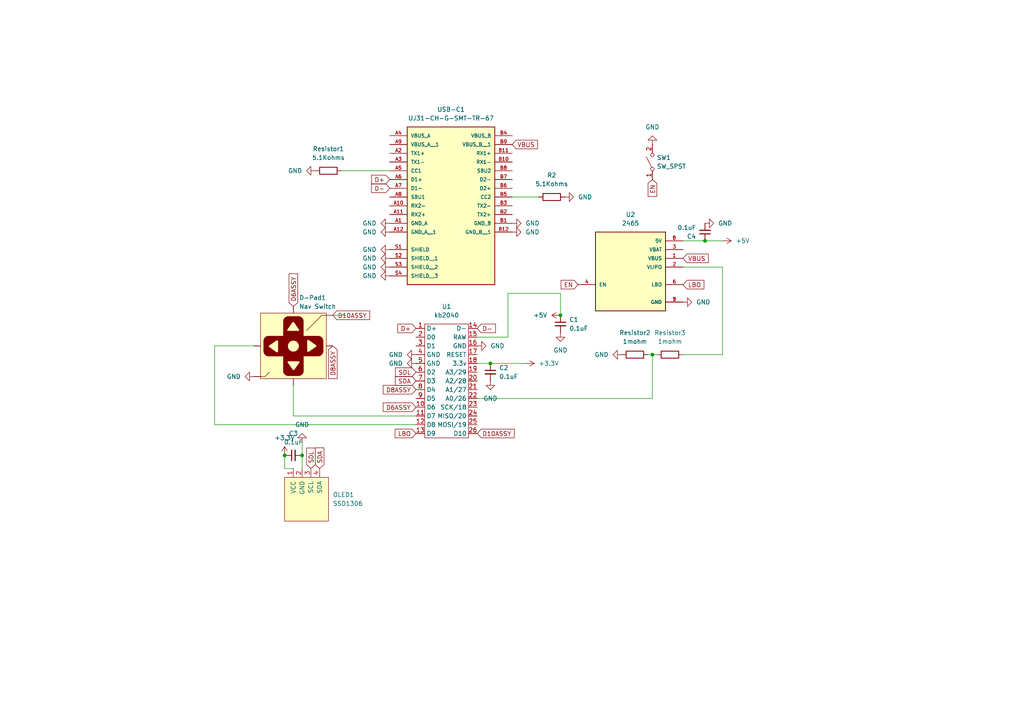
<source format=kicad_sch>
(kicad_sch (version 20250114) (generator "eeschema") (generator_version "9.0")
  (paper "A4")
  (lib_symbols
    (symbol "2465:2465" (pin_names (offset 1.016))
      (property "Reference" "U" (at -10.16 10.795 0))
      (property "Value" "2465" (at -10.16 -15.24 0))
      (symbol "2465_0_0"
        (rectangle (start -10.16 -12.7) (end 10.16 10.16) (stroke (width 0.254)) (fill (type background)))
        (pin input line (at -15.24 -5.08 0) (length 5.08) (name "EN") (number "4"))
        (pin power_in line (at 15.24 7.62 180) (length 5.08) (name "5V") (number "8"))
        (pin power_in line (at 15.24 5.08 180) (length 5.08) (name "VBAT") (number "3"))
        (pin power_in line (at 15.24 2.54 180) (length 5.08) (name "VBUS") (number "1"))
        (pin power_in line (at 15.24 0 180) (length 5.08) (name "VLIPO") (number "2"))
        (pin output line (at 15.24 -5.08 180) (length 5.08) (name "LBO") (number "6"))
        (pin power_in line (at 15.24 -10.16 180) (length 5.08) (name "GND") (number "5"))
        (pin power_in line (at 15.24 -10.16 180) (length 5.08) (name "GND") (number "7"))
      )
    )
    (symbol "D-pad:Navigation_5Way_SMD_9.9x9.9mm" (pin_numbers (hide yes)) (pin_names (offset 0) (hide yes))
      (property "Reference" "SW" (at -8.255 10.795 0))
      (property "Value" "Nav Switch" (at 6.985 -10.795 0))
      (symbol "Navigation_5Way_SMD_9.9x9.9mm_1_0"
        (polyline (pts (xy 1.5178 8.6159) (xy 1.5923 8.6104) (xy 1.6661 8.6013) (xy 1.739 8.5888) (xy 1.811 8.573) (xy 1.7984 8.5872) (xy 1.9517 8.5314) (xy 2.0201 8.5059) (xy 2.087 8.4774) (xy 2.1525 8.4459) (xy 2.2163 8.4115) (xy 2.2783 8.3744) (xy 2.3384 8.3345) (xy 2.3965 8.2921) (xy 2.4525 8.2471) (xy 2.5062 8.1997) (xy 2.5576 8.1499) (xy 2.6065 8.0978) (xy 2.6529 8.0436) (xy 2.6965 7.9872) (xy 2.7373 7.9289) (xy 2.7751 7.8686) (xy 2.8099 7.8065) (xy 2.8416 7.7426) (xy 2.8699 7.677) (xy 2.8949 7.6099) (xy 2.9163 7.5412) (xy 2.9341 7.4711) (xy 2.9481 7.3997) (xy 2.9583 7.3271) (xy 2.9645 7.2532) (xy 2.9666 7.1783) (xy 2.9666 2.9027) (xy 7.2211 2.9027) (xy 7.2212 2.9027) (xy 7.2961 2.9007) (xy 7.3702 2.8949) (xy 7.4431 2.8853) (xy 7.5149 2.872) (xy 7.5855 2.8553) (xy 7.6548 2.835) (xy 7.7227 2.8114) (xy 7.7891 2.7846) (xy 7.8539 2.7547) (xy 7.917 2.7217) (xy 7.9784 2.6858) (xy 8.0379 2.6471) (xy 8.0955 2.6056) (xy 8.151 2.5616) (xy 8.2045 2.5151) (xy 8.2557 2.4661) (xy 8.3047 2.4149) (xy 8.3512 2.3615) (xy 8.3953 2.306) (xy 8.4368 2.2485) (xy 8.4757 2.1891) (xy 8.5118 2.128) (xy 8.5451 2.0652) (xy 8.5755 2.0008) (xy 8.6029 1.935) (xy 8.6272 1.8678) (xy 8.6483 1.7994) (xy 8.6661 1.7298) (xy 8.6806 1.6592) (xy 8.6916 1.5876) (xy 8.699 1.5153) (xy 8.7029 1.4422) (xy 8.7029 -1.4577) (xy 8.7009 -1.5329) (xy 8.6953 -1.6076) (xy 8.686 -1.6817) (xy 8.6731 -1.755) (xy 8.6567 -1.8275) (xy 8.637 -1.899) (xy 8.614 -1.9693) (xy 8.5878 -2.0384) (xy 8.5584 -2.1062) (xy 8.5261 -2.1725) (xy 8.4909 -2.2371) (xy 8.4528 -2.3001) (xy 8.412 -2.3611) (xy 8.3686 -2.4202) (xy 8.3226 -2.4772) (xy 8.2742 -2.5319) (xy 8.2235 -2.5843) (xy 8.1704 -2.6342) (xy 8.1152 -2.6815) (xy 8.0579 -2.726) (xy 7.9987 -2.7678) (xy 7.9375 -2.8065) (xy 7.8745 -2.8421) (xy 7.8099 -2.8745) (xy 7.7436 -2.9036) (xy 7.6758 -2.9292) (xy 7.6066 -2.9512) (xy 7.536 -2.9695) (xy 7.4642 -2.9839) (xy 7.3913 -2.9944) (xy 7.3173 -3.0007) (xy 7.2423 -3.0029) (xy 2.9878 -3.0029) (xy 2.9878 -7.2785) (xy 2.9857 -7.3516) (xy 2.9795 -7.4238) (xy 2.9693 -7.495) (xy 2.9553 -7.5653) (xy 2.9375 -7.6343) (xy 2.9161 -7.7022) (xy 2.8911 -7.7687) (xy 2.8628 -7.8339) (xy 2.8311 -7.8975) (xy 2.7963 -7.9594) (xy 2.7585 -8.0197) (xy 2.7177 -8.0782) (xy 2.674 -8.1347) (xy 2.6277 -8.1892) (xy 2.5788 -8.2417) (xy 2.5274 -8.2919) (xy 2.4737 -8.3399) (xy 2.4177 -8.3854) (xy 2.3596 -8.4285) (xy 2.2995 -8.469) (xy 2.2375 -8.5068) (xy 2.1737 -8.5418) (xy 2.1082 -8.574) (xy 2.0413 -8.6031) (xy 1.9729 -8.6292) (xy 1.9031 -8.6522) (xy 1.8322 -8.6719) (xy 1.7602 -8.6882) (xy 1.6873 -8.701) (xy 1.6135 -8.7103) (xy 1.5389 -8.716) (xy 1.4638 -8.7179) (xy -1.436 -8.7179) (xy -1.5112 -8.7161) (xy -1.5857 -8.7106) (xy -1.6595 -8.7015) (xy -1.7324 -8.689) (xy -1.8044 -8.6732) (xy -1.8753 -8.654) (xy -1.945 -8.6316) (xy -2.0135 -8.6061) (xy -2.0804 -8.5776) (xy -2.1459 -8.5461) (xy -2.2097 -8.5117) (xy -2.2717 -8.4746) (xy -2.3318 -8.4347) (xy -2.3899 -8.3923) (xy -2.4459 -8.3473) (xy -2.4996 -8.2999) (xy -2.551 -8.2501) (xy -2.5999 -8.198) (xy -2.6462 -8.1438) (xy -2.6899 -8.0874) (xy -2.7307 -8.0291) (xy -2.7685 -7.9688) (xy -2.8033 -7.9067) (xy -2.835 -7.8428) (xy -2.8633 -7.7772) (xy -2.8883 -7.7101) (xy -2.9097 -7.6414) (xy -2.9275 -7.5713) (xy -2.9415 -7.4999) (xy -2.9517 -7.4273) (xy -2.9579 -7.3534) (xy -2.96 -7.2785) (xy -2.96 -4.6891) (xy -1.6773 -4.6891) (xy -1.6773 -4.6966) (xy -1.6769 -4.7041) (xy -1.6763 -4.7115) (xy -1.6753 -4.7189) (xy -1.674 -4.7262) (xy -1.6724 -4.7335) (xy -1.6705 -4.7408) (xy -1.6682 -4.7481) (xy -1.6656 -4.7553) (xy -1.6627 -4.7626) (xy -1.6558 -4.7774) (xy -1.6475 -4.7923) (xy -1.6378 -4.8075) (xy -1.6266 -4.8232) (xy -0.1873 -6.8975) (xy -0.1831 -6.9053) (xy -0.1786 -6.9129) (xy -0.1738 -6.9202) (xy -0.1686 -6.9273) (xy -0.1631 -6.9341) (xy -0.1573 -6.9407) (xy -0.145 -6.9531) (xy -0.1316 -6.9645) (xy -0.1173 -6.9749) (xy -0.1024 -6.9843) (xy -0.0868 -6.9927) (xy -0.0707 -7.0002) (xy -0.0542 -7.0066) (xy -0.0375 -7.0121) (xy -0.0206 -7.0166) (xy -0.0038 -7.02) (xy 0.013 -7.0225) (xy 0.0294 -7.024) (xy 0.0455 -7.0245) (xy 0.0614 -7.024) (xy 0.0773 -7.0225) (xy 0.093 -7.02) (xy 0.1087 -7.0166) (xy 0.1243 -7.0121) (xy 0.1397 -7.0066) (xy 0.1549 -7.0002) (xy 0.1699 -6.9927) (xy 0.1846 -6.9843) (xy 0.1991 -6.9749) (xy 0.2133 -6.9645) (xy 0.2271 -6.9531) (xy 0.2405 -6.9407) (xy 0.2536 -6.9273) (xy 0.2662 -6.9129) (xy 0.2784 -6.8975) (xy 1.7389 -4.8443) (xy 1.7389 -4.8444) (xy 1.7501 -4.8288) (xy 1.7598 -4.8135) (xy 1.7681 -4.7984) (xy 1.775 -4.7835) (xy 1.7805 -4.7686) (xy 1.7847 -4.7536) (xy 1.7876 -4.7383) (xy 1.7892 -4.7227) (xy 1.7895 -4.7065) (xy 1.7887 -4.6898) (xy 1.7867 -4.6723) (xy 1.7835 -4.6539) (xy 1.7792 -4.6345) (xy 1.7739 -4.614) (xy 1.7674 -4.5923) (xy 1.76 -4.5692) (xy 1.7559 -4.5596) (xy 1.7515 -4.5506) (xy 1.747 -4.5421) (xy 1.7421 -4.5343) (xy 1.737 -4.5269) (xy 1.7317 -4.5201) (xy 1.7261 -4.5138) (xy 1.7203 -4.508) (xy 1.7142 -4.5027) (xy 1.7079 -4.4978) (xy 1.7013 -4.4933) (xy 1.6945 -4.4892) (xy 1.6874 -4.4855) (xy 1.6801 -4.4822) (xy 1.6647 -4.4766) (xy 1.6484 -4.4722) (xy 1.631 -4.4689) (xy 1.6127 -4.4666) (xy 1.5933 -4.465) (xy 1.573 -4.4641) (xy 1.5516 -4.4636) (xy 1.506 -4.4634) (xy -1.3938 -4.4634) (xy -1.4395 -4.4636) (xy -1.4608 -4.4641) (xy -1.4811 -4.465) (xy -1.5005 -4.4666) (xy -1.5188 -4.4689) (xy -1.5276 -4.4705) (xy -1.5362 -4.4722) (xy -1.5445 -4.4743) (xy -1.5526 -4.4766) (xy -1.5604 -4.4792) (xy -1.5679 -4.4822) (xy -1.5753 -4.4855) (xy -1.5823 -4.4892) (xy -1.5891 -4.4933) (xy -1.5957 -4.4978) (xy -1.602 -4.5027) (xy -1.6081 -4.508) (xy -1.6139 -4.5138) (xy -1.6195 -4.5201) (xy -1.6249 -4.5269) (xy -1.6299 -4.5343) (xy -1.6348 -4.5421) (xy -1.6394 -4.5506) (xy -1.6437 -4.5596) (xy -1.6478 -4.5692) (xy -1.6552 -4.5886) (xy -1.6617 -4.607) (xy -1.667 -4.6247) (xy -1.6713 -4.6416) (xy -1.6745 -4.6579) (xy -1.6765 -4.6737) (xy -1.6773 -4.6891) (xy -2.96 -4.6891) (xy -2.96 -3.024) (xy -7.2357 -3.024) (xy -7.3106 -3.02) (xy -7.3844 -3.0118) (xy -7.457 -2.9997) (xy -7.5285 -2.9837) (xy -7.5985 -2.9639) (xy -7.6672 -2.9406) (xy -7.7343 -2.9137) (xy -7.7999 -2.8835) (xy -7.8638 -2.85) (xy -7.9259 -2.8134) (xy -7.9862 -2.7738) (xy -8.0446 -2.7312) (xy -8.1009 -2.6859) (xy -8.1552 -2.638) (xy -8.2072 -2.5875) (xy -8.257 -2.5346) (xy -8.3044 -2.4794) (xy -8.3494 -2.422) (xy -8.3919 -2.3626) (xy -8.4317 -2.3012) (xy -8.4688 -2.238) (xy -8.5032 -2.1731) (xy -8.5347 -2.1067) (xy -8.5632 -2.0388) (xy -8.5887 -1.9696) (xy -8.6111 -1.8991) (xy -8.6303 -1.8276) (xy -8.6462 -1.7551) (xy -8.6587 -1.6817) (xy -8.6677 -1.6076) (xy -8.6732 -1.5329) (xy -8.675 -1.4577) (xy -8.675 -0.1031) (xy -7.1087 -0.1031) (xy -7.1083 -0.1189) (xy -7.1068 -0.1348) (xy -7.1043 -0.1505) (xy -7.1008 -0.1662) (xy -7.0964 -0.1818) (xy -7.0909 -0.1972) (xy -7.0844 -0.2124) (xy -7.077 -0.2274) (xy -7.0686 -0.2421) (xy -7.0592 -0.2566) (xy -7.0487 -0.2708) (xy -7.0373 -0.2846) (xy -7.0249 -0.298) (xy -7.0115 -0.3111) (xy -6.9971 -0.3237) (xy -6.9818 -0.3359) (xy -4.9286 -1.7963) (xy -4.9118 -1.8042) (xy -4.8932 -1.8118) (xy -4.8833 -1.8155) (xy -4.8731 -1.819) (xy -4.8626 -1.8223) (xy -4.8518 -1.8254) (xy -4.8408 -1.8282) (xy -4.8296 -1.8308) (xy -4.8181 -1.8331) (xy -4.8065 -1.835) (xy -4.7948 -1.8365) (xy -4.783 -1.8377) (xy -4.7711 -1.8384) (xy -4.7592 -1.8386) (xy -4.7552 -1.8405) (xy -4.7511 -1.8421) (xy -4.7468 -1.8435) (xy -4.7425 -1.8446) (xy -4.738 -1.8456) (xy -4.7335 -1.8463) (xy -4.7242 -1.8472) (xy -4.7146 -1.8473) (xy -4.7049 -1.8468) (xy -4.6951 -1.8456) (xy -4.6852 -1.8439) (xy -4.6753 -1.8417) (xy -4.6654 -1.839) (xy -4.6557 -1.836) (xy -4.6461 -1.8327) (xy -4.6368 -1.8291) (xy -4.6279 -1.8253) (xy -4.6193 -1.8214) (xy -4.6111 -1.8175) (xy -4.5952 -1.809) (xy -4.5795 -1.7996) (xy -4.564 -1.7892) (xy -4.5489 -1.7778) (xy -4.5343 -1.7654) (xy -4.5203 -1.752) (xy -4.507 -1.7376) (xy -4.4947 -1.7222) (xy -4.4833 -1.7059) (xy -4.473 -1.6885) (xy -4.464 -1.6702) (xy -4.4563 -1.6508) (xy -4.453 -1.6408) (xy -4.4501 -1.6305) (xy -4.4476 -1.6199) (xy -4.4455 -1.6091) (xy -4.4439 -1.5981) (xy -4.4427 -1.5868) (xy -4.442 -1.5753) (xy -4.4417 -1.5635) (xy -4.4308 -0.0607) (xy -1.579 -0.0607) (xy -1.5772 -0.137) (xy -1.5718 -0.2133) (xy -1.5628 -0.2892) (xy -1.5502 -0.3647) (xy -1.534 -0.4396) (xy -1.5142 -0.5138) (xy -1.4908 -0.587) (xy -1.4639 -0.6593) (xy -1.4333 -0.7304) (xy -1.3991 -0.8001) (xy -1.3614 -0.8684) (xy -1.32 -0.935) (xy -1.275 -0.9999) (xy -1.2265 -1.0629) (xy -1.1743 -1.1238) (xy -1.1186 -1.1825) (xy -1.0599 -1.2382) (xy -0.999 -1.2904) (xy -0.936 -1.339) (xy -0.8711 -1.3839) (xy -0.8044 -1.4253) (xy -0.7362 -1.463) (xy -0.6664 -1.4972) (xy -0.5953 -1.5278) (xy -0.5231 -1.5548) (xy -0.4498 -1.5781) (xy -0.3756 -1.5979) (xy -0.3007 -1.6141) (xy -0.2253 -1.6267) (xy -0.1493 -1.6357) (xy -0.0731 -1.6411) (xy 0.0033 -1.6429) (xy 0.0796 -1.6411) (xy 0.1559 -1.6357) (xy 0.2318 -1.6267) (xy 0.3073 -1.6141) (xy 0.3822 -1.5979) (xy 0.4564 -1.5781) (xy 0.5296 -1.5548) (xy 0.6019 -1.5278) (xy 0.673 -1.4972) (xy 0.7427 -1.463) (xy 0.7522 -1.4578) (xy 4.0037 -1.4578) (xy 4.0039 -1.4677) (xy 4.0044 -1.4776) (xy 4.0053 -1.4875) (xy 4.0066 -1.4973) (xy 4.0083 -1.5071) (xy 4.0102 -1.5169) (xy 4.0126 -1.5266) (xy 4.0153 -1.5362) (xy 4.0183 -1.5457) (xy 4.0216 -1.5551) (xy 4.0253 -1.5643) (xy 4.0294 -1.5735) (xy 4.0337 -1.5825) (xy 4.0384 -1.5914) (xy 4.0434 -1.6001) (xy 4.0487 -1.6086) (xy 4.0543 -1.6169) (xy 4.0602 -1.6251) (xy 4.0664 -1.633) (xy 4.073 -1.6407) (xy 4.0798 -1.6482) (xy 4.0869 -1.6554) (xy 4.0943 -1.6624) (xy 4.1019 -1.6691) (xy 4.1099 -1.6755) (xy 4.1181 -1.6817) (xy 4.1266 -1.6875) (xy 4.1354 -1.693) (xy 4.1444 -1.6982) (xy 4.1537 -1.7031) (xy 4.1632 -1.7076) (xy 4.173 -1.7117) (xy 4.1814 -1.712) (xy 4.1907 -1.7127) (xy 4.2006 -1.7137) (xy 4.2111 -1.715) (xy 4.2329 -1.7184) (xy 4.255 -1.7223) (xy 4.2951 -1.7296) (xy 4.3105 -1.732) (xy 4.3165 -1.7327) (xy 4.3212 -1.7329) (xy 4.3271 -1.7347) (xy 4.3331 -1.7361) (xy 4.339 -1.7372) (xy 4.345 -1.738) (xy 4.3509 -1.7384) (xy 4.3568 -1.7385) (xy 4.3627 -1.7383) (xy 4.3685 -1.7378) (xy 4.3743 -1.7371) (xy 4.3801 -1.7361) (xy 4.3858 -1.7348) (xy 4.3915 -1.7332) (xy 4.3972 -1.7315) (xy 4.4028 -1.7295) (xy 4.4138 -1.7249) (xy 4.4246 -1.7196) (xy 4.4351 -1.7136) (xy 4.4453 -1.7071) (xy 4.4552 -1.7001) (xy 4.4647 -1.6928) (xy 4.4737 -1.6851) (xy 4.4824 -1.6773) (xy 4.4905 -1.6694) (xy 6.5649 -0.23) (xy 6.5649 -0.2299) (xy 6.5803 -0.218) (xy 6.5946 -0.206) (xy 6.6078 -0.1939) (xy 6.6198 -0.1816) (xy 6.6306 -0.1691) (xy 6.6401 -0.1562) (xy 6.6443 -0.1497) (xy 6.6482 -0.143) (xy 6.6517 -0.1363) (xy 6.6549 -0.1294) (xy 6.6577 -0.1224) (xy 6.6601 -0.1152) (xy 6.6621 -0.1079) (xy 6.6637 -0.1005) (xy 6.665 -0.0929) (xy 6.6658 -0.0852) (xy 6.6662 -0.0773) (xy 6.6661 -0.0692) (xy 6.6657 -0.0609) (xy 6.6648 -0.0524) (xy 6.6634 -0.0438) (xy 6.6616 -0.0349) (xy 6.6593 -0.0258) (xy 6.6566 -0.0165) (xy 6.6533 -0.0069) (xy 6.6496 0.0029) (xy 6.6491 0.0187) (xy 6.6476 0.0346) (xy 6.6452 0.0504) (xy 6.6417 0.066) (xy 6.6372 0.0816) (xy 6.6318 0.097) (xy 6.6253 0.1122) (xy 6.6179 0.1272) (xy 6.6095 0.142) (xy 6.6 0.1564) (xy 6.5896 0.1706) (xy 6.5782 0.1844) (xy 6.5658 0.1979) (xy 6.5524 0.2109) (xy 6.538 0.2235) (xy 6.5226 0.2357) (xy 4.4695 1.6962) (xy 4.4533 1.7039) (xy 4.4368 1.711) (xy 4.4197 1.7175) (xy 4.4023 1.7233) (xy 4.3845 1.7284) (xy 4.3664 1.7326) (xy 4.3479 1.736) (xy 4.3292 1.7385) (xy 4.3103 1.74) (xy 4.2911 1.7404) (xy 4.2717 1.7397) (xy 4.2522 1.7379) (xy 4.2325 1.7347) (xy 4.2128 1.7303) (xy 4.193 1.7246) (xy 4.1731 1.7174) (xy 4.1573 1.7089) (xy 4.1415 1.6995) (xy 4.126 1.6891) (xy 4.1109 1.6777) (xy 4.0963 1.6653) (xy 4.0823 1.6519) (xy 4.0691 1.6375) (xy 4.0567 1.6221) (xy 4.0453 1.6058) (xy 4.035 1.5884) (xy 4.026 1.5701) (xy 4.0183 1.5507) (xy 4.015 1.5407) (xy 4.0121 1.5304) (xy 4.0096 1.5198) (xy 4.0076 1.509) (xy 4.0059 1.498) (xy 4.0047 1.4867) (xy 4.004 1.4752) (xy 4.0038 1.4634) (xy 4.0037 -1.4578) (xy 0.7522 -1.4578) (xy 0.811 -1.4253) (xy 0.8776 -1.3839) (xy 0.9425 -1.339) (xy 1.0055 -1.2904) (xy 1.0664 -1.2382) (xy 1.1251 -1.1825) (xy 1.1828 -1.1238) (xy 1.2367 -1.0629) (xy 1.287 -0.9999) (xy 1.3335 -0.935) (xy 1.3762 -0.8684) (xy 1.4153 -0.8001) (xy 1.4507 -0.7303) (xy 1.4823 -0.6593) (xy 1.5102 -0.587) (xy 1.5344 -0.5137) (xy 1.5548 -0.4396) (xy 1.5716 -0.3647) (xy 1.5846 -0.2892) (xy 1.5939 -0.2132) (xy 1.5995 -0.137) (xy 1.6013 -0.0606) (xy 1.5995 0.0157) (xy 1.5939 0.092) (xy 1.5846 0.1679) (xy 1.5716 0.2434) (xy 1.5548 0.3183) (xy 1.5344 0.3925) (xy 1.5102 0.4657) (xy 1.4823 0.538) (xy 1.4507 0.6091) (xy 1.4153 0.6788) (xy 1.3762 0.7471) (xy 1.3335 0.8137) (xy 1.287 0.8786) (xy 1.2367 0.9416) (xy 1.1828 1.0025) (xy 1.1251 1.0612) (xy 1.0664 1.1169) (xy 1.0055 1.1691) (xy 0.9425 1.2176) (xy 0.8776 1.2626) (xy 0.811 1.304) (xy 0.7427 1.3417) (xy 0.6729 1.3759) (xy 0.6019 1.4065) (xy 0.5296 1.4334) (xy 0.4563 1.4568) (xy 0.3822 1.4766) (xy 0.3073 1.4928) (xy 0.2318 1.5054) (xy 0.1559 1.5144) (xy 0.0796 1.5198) (xy 0.0033 1.5216) (xy -0.0731 1.5198) (xy -0.1493 1.5144) (xy -0.2253 1.5054) (xy -0.3008 1.4928) (xy -0.3757 1.4766) (xy -0.4498 1.4568) (xy -0.5231 1.4334) (xy -0.5954 1.4065) (xy -0.6664 1.3759) (xy -0.7362 1.3417) (xy -0.8044 1.304) (xy -0.8711 1.2626) (xy -0.936 1.2176) (xy -0.999 1.1691) (xy -1.0599 1.1169) (xy -1.1186 1.0612) (xy -1.1743 1.0025) (xy -1.2265 0.9416) (xy -1.275 0.8786) (xy -1.32 0.8137) (xy -1.3614 0.747) (xy -1.3991 0.6788) (xy -1.4333 0.609) (xy -1.4639 0.5379) (xy -1.4908 0.4657) (xy -1.5142 0.3924) (xy -1.534 0.3182) (xy -1.5502 0.2433) (xy -1.5628 0.1679) (xy -1.5718 0.0919) (xy -1.5772 0.0157) (xy -1.579 -0.0607) (xy -4.4308 -0.0607) (xy -4.4206 1.3363) (xy -4.4208 1.3462) (xy -4.4213 1.3561) (xy -4.4222 1.366) (xy -4.4235 1.3759) (xy -4.4251 1.3857) (xy -4.4271 1.3954) (xy -4.4295 1.4051) (xy -4.4321 1.4147) (xy -4.4352 1.4242) (xy -4.4385 1.4336) (xy -4.4422 1.4429) (xy -4.4462 1.452) (xy -4.4506 1.461) (xy -4.4553 1.4699) (xy -4.4603 1.4786) (xy -4.4656 1.4871) (xy -4.4712 1.4955) (xy -4.4771 1.5036) (xy -4.4833 1.5115) (xy -4.4898 1.5192) (xy -4.4966 1.5267) (xy -4.5038 1.534) (xy -4.5111 1.5409) (xy -4.5188 1.5476) (xy -4.5268 1.5541) (xy -4.535 1.5602) (xy -4.5435 1.566) (xy -4.5523 1.5716) (xy -4.5613 1.5768) (xy -4.5706 1.5816) (xy -4.5801 1.5861) (xy -4.5899 1.5903) (xy -4.6065 1.5977) (xy -4.6244 1.6041) (xy -4.6434 1.6095) (xy -4.6634 1.6138) (xy -4.684 1.617) (xy -4.7053 1.619) (xy -4.7269 1.6198) (xy -4.7487 1.6194) (xy -4.7705 1.6178) (xy -4.7921 1.6149) (xy -4.8133 1.6107) (xy -4.834 1.6052) (xy -4.8539 1.5983) (xy -4.8729 1.59) (xy -4.8908 1.5803) (xy -4.8993 1.5749) (xy -4.9074 1.5691) (xy -6.9818 0.1298) (xy -6.9896 0.1256) (xy -6.9971 0.1211) (xy -7.0045 0.1163) (xy -7.0115 0.1111) (xy -7.0184 0.1056) (xy -7.0249 0.0998) (xy -7.0373 0.0875) (xy -7.0487 0.0741) (xy -7.0592 0.0598) (xy -7.0686 0.0449) (xy -7.077 0.0293) (xy -7.0844 0.0131) (xy -7.0909 -0.0033) (xy -7.0964 -0.02) (xy -7.1008 -0.0369) (xy -7.1043 -0.0537) (xy -7.1068 -0.0705) (xy -7.1083 -0.0869) (xy -7.1087 -0.1031) (xy -8.675 -0.1031) (xy -8.675 1.4421) (xy -8.6732 1.5152) (xy -8.6677 1.5876) (xy -8.6587 1.6592) (xy -8.6462 1.7298) (xy -8.6303 1.7993) (xy -8.6111 1.8678) (xy -8.5887 1.935) (xy -8.5632 2.0008) (xy -8.5347 2.0651) (xy -8.5032 2.1279) (xy -8.4688 2.1891) (xy -8.4317 2.2485) (xy -8.3919 2.3059) (xy -8.3494 2.3615) (xy -8.3044 2.4149) (xy -8.257 2.4661) (xy -8.2072 2.5151) (xy -8.1552 2.5616) (xy -8.1009 2.6056) (xy -8.0446 2.6471) (xy -7.9862 2.6858) (xy -7.9259 2.7217) (xy -7.8638 2.7547) (xy -7.7999 2.7846) (xy -7.7343 2.8114) (xy -7.6672 2.835) (xy -7.5985 2.8552) (xy -7.5285 2.872) (xy -7.457 2.8853) (xy -7.3844 2.8949) (xy -7.3106 2.9007) (xy -7.2357 2.9027) (xy -2.96 2.9027) (xy -2.96 4.6187) (xy -1.783 4.6187) (xy -1.7822 4.6014) (xy -1.7802 4.5838) (xy -1.777 4.5659) (xy -1.7728 4.5476) (xy -1.7674 4.5289) (xy -1.761 4.5098) (xy -1.7536 4.4902) (xy -1.7494 4.4807) (xy -1.7449 4.4718) (xy -1.74 4.4637) (xy -1.7348 4.4561) (xy -1.7293 4.4492) (xy -1.7235 4.4428) (xy -1.7173 4.437) (xy -1.7109 4.4317) (xy -1.7042 4.4268) (xy -1.6972 4.4224) (xy -1.69 4.4184) (xy -1.6825 4.4147) (xy -1.6668 4.4083) (xy -1.6504 4.4029) (xy -1.6331 4.3983) (xy -1.6153 4.3941) (xy -1.5779 4.3861) (xy -1.5587 4.3816) (xy -1.5391 4.3765) (xy -1.5194 4.3705) (xy -1.4995 4.3633) (xy 1.4003 4.3633) (xy 1.4399 4.3635) (xy 1.4594 4.3641) (xy 1.4787 4.3652) (xy 1.4976 4.3671) (xy 1.516 4.3699) (xy 1.525 4.3718) (xy 1.5339 4.3739) (xy 1.5426 4.3763) (xy 1.5511 4.3791) (xy 1.5594 4.3823) (xy 1.5676 4.3859) (xy 1.5755 4.3898) (xy 1.5832 4.3943) (xy 1.5907 4.3991) (xy 1.5979 4.4045) (xy 1.6049 4.4104) (xy 1.6116 4.4168) (xy 1.618 4.4238) (xy 1.6242 4.4314) (xy 1.63 4.4395) (xy 1.6355 4.4483) (xy 1.6407 4.4578) (xy 1.6456 4.4679) (xy 1.6501 4.4787) (xy 1.6543 4.4902) (xy 1.6617 4.5096) (xy 1.6681 4.5281) (xy 1.6735 4.5457) (xy 1.6778 4.5627) (xy 1.6809 4.579) (xy 1.6829 4.5948) (xy 1.6838 4.6101) (xy 1.6837 4.6177) (xy 1.6834 4.6251) (xy 1.6827 4.6326) (xy 1.6818 4.6399) (xy 1.6805 4.6472) (xy 1.6789 4.6545) (xy 1.677 4.6618) (xy 1.6747 4.6691) (xy 1.6721 4.6764) (xy 1.6692 4.6837) (xy 1.6623 4.6984) (xy 1.654 4.7133) (xy 1.6443 4.7286) (xy 1.6331 4.7442) (xy 0.1937 6.8185) (xy 0.1896 6.8263) (xy 0.1851 6.8339) (xy 0.1802 6.8412) (xy 0.1751 6.8483) (xy 0.1696 6.8551) (xy 0.1638 6.8617) (xy 0.1514 6.8741) (xy 0.1381 6.8855) (xy 0.1238 6.8959) (xy 0.1088 6.9054) (xy 0.0932 6.9138) (xy 0.0771 6.9212) (xy 0.0606 6.9277) (xy 0.0439 6.9331) (xy 0.0271 6.9376) (xy 0.0102 6.9411) (xy -0.0065 6.9435) (xy -0.023 6.945) (xy -0.0391 6.9455) (xy -0.055 6.945) (xy -0.0708 6.9435) (xy -0.0866 6.9411) (xy -0.1022 6.9376) (xy -0.1178 6.9331) (xy -0.1332 6.9277) (xy -0.1484 6.9212) (xy -0.1634 6.9138) (xy -0.1782 6.9054) (xy -0.1926 6.8959) (xy -0.2068 6.8855) (xy -0.2206 6.8741) (xy -0.2341 6.8617) (xy -0.2471 6.8483) (xy -0.2597 6.8339) (xy -0.2719 6.8185) (xy -1.7324 4.7654) (xy -1.7436 4.7495) (xy -1.7533 4.7336) (xy -1.7616 4.7176) (xy -1.7684 4.7015) (xy -1.774 4.6853) (xy -1.7781 4.669) (xy -1.781 4.6524) (xy -1.7827 4.6357) (xy -1.783 4.6187) (xy -2.96 4.6187) (xy -2.96 7.1783) (xy -2.9579 7.2514) (xy -2.9517 7.3236) (xy -2.9415 7.3948) (xy -2.9275 7.4651) (xy -2.9097 7.5341) (xy -2.8883 7.602) (xy -2.8633 7.6685) (xy -2.835 7.7337) (xy -2.8034 7.7972) (xy -2.7686 7.8592) (xy -2.7307 7.9195) (xy -2.6899 7.9779) (xy -2.6463 8.0345) (xy -2.6 8.089) (xy -2.551 8.1415) (xy -2.4997 8.1917) (xy -2.4459 8.2397) (xy -2.3899 8.2852) (xy -2.3318 8.3283) (xy -2.2717 8.3688) (xy -2.2097 8.4066) (xy -2.1459 8.4416) (xy -2.0805 8.4738) (xy -2.0135 8.5029) (xy -1.9451 8.529) (xy -1.8754 8.552) (xy -1.8044 8.5717) (xy -1.7325 8.588) (xy -1.6595 8.6008) (xy -1.5857 8.6101) (xy -1.5112 8.6158) (xy -1.436 8.6177) (xy 1.4426 8.6177) (xy 1.5178 8.6159)) (stroke (width -0.0001)) (fill (type outline)))
      )
      (symbol "Navigation_5Way_SMD_9.9x9.9mm_1_1"
        (rectangle (start -9.525 9.525) (end 9.525 -9.525) (fill (type background)))
        (polyline (pts (xy -6.985 -7.62) (xy -8.255 -8.89) (xy -9.525 -8.89)))
        (polyline (pts (xy 3.81 4.445) (xy 8.255 8.89) (xy 9.525 8.89)))
        (pin passive line (at -11.43 0 0) (length 1.905) (name "Left") (number "7"))
        (pin passive line (at -11.43 -8.89 0) (length 1.905) (name "GND") (number "10"))
        (pin passive line (at -11.43 -8.89 0) (length 1.905) (hide yes) (name "GND") (number "3"))
        (pin passive line (at -11.43 -8.89 0) (length 1.905) (hide yes) (name "GND") (number "6"))
        (pin passive line (at -11.43 -8.89 0) (length 1.905) (hide yes) (name "GND") (number "8"))
        (pin passive line (at -11.43 -8.89 0) (length 1.905) (hide yes) (name "GND") (number "9"))
        (pin passive line (at 0 11.43 270) (length 1.905) (name "Up") (number "1"))
        (pin passive line (at 0 -11.43 90) (length 1.905) (name "Down") (number "5"))
        (pin passive line (at 11.43 8.89 180) (length 1.905) (name "Center") (number "4"))
        (pin passive line (at 11.43 0 180) (length 1.905) (name "Right") (number "2"))
      )
    )
    (symbol "Device:C_Small" (pin_numbers (hide yes)) (pin_names (offset 0.254) (hide yes))
      (property "Reference" "C" (at 0.254 1.778 0))
      (property "Value" "C_Small" (at 0.254 -2.032 0))
      (symbol "C_Small_0_1"
        (polyline (pts (xy -1.524 0.508) (xy 1.524 0.508)) (stroke (width 0.3048)))
        (polyline (pts (xy -1.524 -0.508) (xy 1.524 -0.508)) (stroke (width 0.3302)))
      )
      (symbol "C_Small_1_1"
        (pin passive line (at 0 2.54 270) (length 2.032) (name "~") (number "1"))
        (pin passive line (at 0 -2.54 90) (length 2.032) (name "~") (number "2"))
      )
    )
    (symbol "Device:R" (pin_numbers (hide yes)) (pin_names (offset 0))
      (property "Reference" "R" (at 2.032 0 90))
      (property "Value" "R" (at 0 0 90))
      (symbol "R_0_1"
        (rectangle (start -1.016 -2.54) (end 1.016 2.54) (stroke (width 0.254)))
      )
      (symbol "R_1_1"
        (pin passive line (at 0 3.81 270) (length 1.27) (name "~") (number "1"))
        (pin passive line (at 0 -3.81 90) (length 1.27) (name "~") (number "2"))
      )
    )
    (symbol "SSD1306-128x64_OLED:SSD1306" (pin_names (offset 1.016))
      (property "Reference" "OLED1" (at 7.62 1.2701 0))
      (property "Value" "SSD1306" (at 7.62 -1.2699 0))
      (symbol "SSD1306_0_1"
        (rectangle (start -6.35 6.35) (end 6.35 -6.35) (fill (type background)))
      )
      (symbol "SSD1306_1_1"
        (pin input line (at -3.81 8.89 270) (length 2.54) (name "VCC") (number "1"))
        (pin input line (at -1.27 8.89 270) (length 2.54) (name "GND") (number "2"))
        (pin input line (at 1.27 8.89 270) (length 2.54) (name "SCL") (number "3"))
        (pin input line (at 3.81 8.89 270) (length 2.54) (name "SDA") (number "4"))
      )
    )
    (symbol "Switch:SW_SPST" (pin_names (offset 0) (hide yes))
      (property "Reference" "SW" (at 0 3.175 0))
      (property "Value" "SW_SPST" (at 0 -2.54 0))
      (symbol "SW_SPST_0_0"
        (circle (center -2.032 0) (radius 0.508))
        (polyline (pts (xy -1.524 0.254) (xy 1.524 1.778)))
        (circle (center 2.032 0) (radius 0.508))
      )
      (symbol "SW_SPST_1_1"
        (pin passive line (at -5.08 0 0) (length 2.54) (name "A") (number "1"))
        (pin passive line (at 5.08 0 180) (length 2.54) (name "B") (number "2"))
      )
    )
    (symbol "UJ31-CH-G-SMT-TR-67:UJ31-CH-G-SMT-TR-67" (pin_names (offset 1.016))
      (property "Reference" "J" (at -12.7 16.51 0))
      (property "Value" "UJ31-CH-G-SMT-TR-67" (at -12.7 -31.75 0))
      (symbol "UJ31-CH-G-SMT-TR-67_0_0"
        (rectangle (start -12.7 -30.48) (end 12.7 15.24) (stroke (width 0.254)) (fill (type background)))
        (pin power_in line (at -17.78 12.7 0) (length 5.08) (name "VBUS_A") (number "A4"))
        (pin power_in line (at -17.78 10.16 0) (length 5.08) (name "VBUS_A__1") (number "A9"))
        (pin bidirectional line (at -17.78 7.62 0) (length 5.08) (name "TX1+") (number "A2"))
        (pin bidirectional line (at -17.78 5.08 0) (length 5.08) (name "TX1-") (number "A3"))
        (pin bidirectional line (at -17.78 2.54 0) (length 5.08) (name "CC1") (number "A5"))
        (pin bidirectional line (at -17.78 0 0) (length 5.08) (name "D1+") (number "A6"))
        (pin bidirectional line (at -17.78 -2.54 0) (length 5.08) (name "D1-") (number "A7"))
        (pin bidirectional line (at -17.78 -5.08 0) (length 5.08) (name "SBU1") (number "A8"))
        (pin bidirectional line (at -17.78 -7.62 0) (length 5.08) (name "RX2-") (number "A10"))
        (pin bidirectional line (at -17.78 -10.16 0) (length 5.08) (name "RX2+") (number "A11"))
        (pin power_in line (at -17.78 -12.7 0) (length 5.08) (name "GND_A") (number "A1"))
        (pin power_in line (at -17.78 -15.24 0) (length 5.08) (name "GND_A__1") (number "A12"))
        (pin passive line (at -17.78 -20.32 0) (length 5.08) (name "SHIELD") (number "S1"))
        (pin passive line (at -17.78 -22.86 0) (length 5.08) (name "SHIELD__1") (number "S2"))
        (pin passive line (at -17.78 -25.4 0) (length 5.08) (name "SHIELD__2") (number "S3"))
        (pin passive line (at -17.78 -27.94 0) (length 5.08) (name "SHIELD__3") (number "S4"))
        (pin power_in line (at 17.78 12.7 180) (length 5.08) (name "VBUS_B") (number "B4"))
        (pin power_in line (at 17.78 10.16 180) (length 5.08) (name "VBUS_B__1") (number "B9"))
        (pin bidirectional line (at 17.78 7.62 180) (length 5.08) (name "RX1+") (number "B11"))
        (pin bidirectional line (at 17.78 5.08 180) (length 5.08) (name "RX1-") (number "B10"))
        (pin bidirectional line (at 17.78 2.54 180) (length 5.08) (name "SBU2") (number "B8"))
        (pin bidirectional line (at 17.78 0 180) (length 5.08) (name "D2-") (number "B7"))
        (pin bidirectional line (at 17.78 -2.54 180) (length 5.08) (name "D2+") (number "B6"))
        (pin bidirectional line (at 17.78 -5.08 180) (length 5.08) (name "CC2") (number "B5"))
        (pin bidirectional line (at 17.78 -7.62 180) (length 5.08) (name "TX2-") (number "B3"))
        (pin bidirectional line (at 17.78 -10.16 180) (length 5.08) (name "TX2+") (number "B2"))
        (pin power_in line (at 17.78 -12.7 180) (length 5.08) (name "GND_B") (number "B1"))
        (pin power_in line (at 17.78 -15.24 180) (length 5.08) (name "GND_B__1") (number "B12"))
      )
    )
    (symbol "kb2040:kb2040"
      (property "Reference" "U" (at 0 0 0))
      (property "Value" "kb2040" (at 0 -2.54 0))
      (symbol "kb2040_0_1"
        (rectangle (start 0 -3.81) (end 12.7 -36.83) (stroke (width 0.1524)))
      )
      (symbol "kb2040_1_1"
        (pin bidirectional line (at -2.54 -5.08 0) (length 2.54) (name "D+") (number "1"))
        (pin bidirectional line (at -2.54 -7.62 0) (length 2.54) (name "D0") (number "2"))
        (pin bidirectional line (at -2.54 -10.16 0) (length 2.54) (name "D1") (number "3"))
        (pin bidirectional line (at -2.54 -12.7 0) (length 2.54) (name "GND") (number "4"))
        (pin bidirectional line (at -2.54 -15.24 0) (length 2.54) (name "GND") (number "5"))
        (pin bidirectional line (at -2.54 -17.78 0) (length 2.54) (name "D2") (number "6"))
        (pin bidirectional line (at -2.54 -20.32 0) (length 2.54) (name "D3") (number "7"))
        (pin bidirectional line (at -2.54 -22.86 0) (length 2.54) (name "D4") (number "8"))
        (pin bidirectional line (at -2.54 -25.4 0) (length 2.54) (name "D5") (number "9"))
        (pin bidirectional line (at -2.54 -27.94 0) (length 2.54) (name "D6") (number "10"))
        (pin bidirectional line (at -2.54 -30.48 0) (length 2.54) (name "D7") (number "11"))
        (pin bidirectional line (at -2.54 -33.02 0) (length 2.54) (name "D8") (number "12"))
        (pin bidirectional line (at -2.54 -35.56 0) (length 2.54) (name "D9") (number "13"))
        (pin bidirectional line (at 15.24 -5.08 180) (length 2.54) (name "D-") (number "14"))
        (pin bidirectional line (at 15.24 -7.62 180) (length 2.54) (name "RAW") (number "15"))
        (pin bidirectional line (at 15.24 -10.16 180) (length 2.54) (name "GND") (number "16"))
        (pin bidirectional line (at 15.24 -12.7 180) (length 2.54) (name "RESET") (number "17"))
        (pin bidirectional line (at 15.24 -15.24 180) (length 2.54) (name "3.3v") (number "18"))
        (pin bidirectional line (at 15.24 -17.78 180) (length 2.54) (name "A3/29") (number "19"))
        (pin bidirectional line (at 15.24 -20.32 180) (length 2.54) (name "A2/28") (number "20"))
        (pin bidirectional line (at 15.24 -22.86 180) (length 2.54) (name "A1/27") (number "21"))
        (pin bidirectional line (at 15.24 -25.4 180) (length 2.54) (name "A0/26") (number "22"))
        (pin bidirectional line (at 15.24 -27.94 180) (length 2.54) (name "SCK/18") (number "23"))
        (pin bidirectional line (at 15.24 -30.48 180) (length 2.54) (name "MISO/20") (number "24"))
        (pin bidirectional line (at 15.24 -33.02 180) (length 2.54) (name "MOSI/19") (number "25"))
        (pin bidirectional line (at 15.24 -35.56 180) (length 2.54) (name "D10") (number "26"))
      )
    )
    (symbol "power:+3.3V" (power) (pin_numbers (hide yes)) (pin_names (offset 0) (hide yes))
      (property "Value" "+3.3V" (at 0 3.556 0))
      (symbol "+3.3V_0_1"
        (polyline (pts (xy -0.762 1.27) (xy 0 2.54)))
        (polyline (pts (xy 0 2.54) (xy 0.762 1.27)))
        (polyline (pts (xy 0 0) (xy 0 2.54)))
      )
      (symbol "+3.3V_1_1"
        (pin power_in line (at 0 0 90) (length 0) (name "~") (number "1"))
      )
    )
    (symbol "power:+5V" (power) (pin_numbers (hide yes)) (pin_names (offset 0) (hide yes))
      (property "Value" "+5V" (at 0 3.556 0))
      (symbol "+5V_0_1"
        (polyline (pts (xy -0.762 1.27) (xy 0 2.54)))
        (polyline (pts (xy 0 2.54) (xy 0.762 1.27)))
        (polyline (pts (xy 0 0) (xy 0 2.54)))
      )
      (symbol "+5V_1_1"
        (pin power_in line (at 0 0 90) (length 0) (name "~") (number "1"))
      )
    )
    (symbol "power:GND" (power) (pin_numbers (hide yes)) (pin_names (offset 0) (hide yes))
      (property "Value" "GND" (at 0 -3.81 0))
      (symbol "GND_0_1"
        (polyline (pts (xy 0 0) (xy 0 -1.27) (xy 1.27 -1.27) (xy 0 -2.54) (xy -1.27 -1.27) (xy 0 -1.27)))
      )
      (symbol "GND_1_1"
        (pin power_in line (at 0 0 270) (length 0) (name "~") (number "1"))
      )
    )
  )
  (junction (at 82.55 132.08))
  (junction (at 162.56 91.44))
  (junction (at 189.23 102.87))
  (junction (at 87.63 132.08))
  (junction (at 142.24 105.41))
  (junction (at 204.47 69.85))
  (wire (pts (xy 204.47 69.85) (xy 209.55 69.85)))
  (wire (pts (xy 147.32 85.09) (xy 162.56 85.09)))
  (wire (pts (xy 62.23 100.33) (xy 62.23 123.19)))
  (wire (pts (xy 198.12 69.85) (xy 204.47 69.85)))
  (wire (pts (xy 138.43 97.79) (xy 147.32 97.79)))
  (wire (pts (xy 85.09 111.76) (xy 85.09 120.65)))
  (wire (pts (xy 142.24 105.41) (xy 138.43 105.41)))
  (wire (pts (xy 152.4 105.41) (xy 142.24 105.41)))
  (wire (pts (xy 148.59 57.15) (xy 156.21 57.15)))
  (wire (pts (xy 87.63 132.08) (xy 87.63 135.89)))
  (wire (pts (xy 189.23 102.87) (xy 190.5 102.87)))
  (wire (pts (xy 209.55 102.87) (xy 198.12 102.87)))
  (wire (pts (xy 100.33 91.44) (xy 96.52 91.44)))
  (wire (pts (xy 120.65 123.19) (xy 62.23 123.19)))
  (wire (pts (xy 147.32 97.79) (xy 147.32 85.09)))
  (wire (pts (xy 138.43 115.57) (xy 189.23 115.57)))
  (wire (pts (xy 82.55 135.89) (xy 82.55 132.08)))
  (wire (pts (xy 198.12 77.47) (xy 209.55 77.47)))
  (wire (pts (xy 62.23 100.33) (xy 73.66 100.33)))
  (wire (pts (xy 189.23 115.57) (xy 189.23 102.87)))
  (wire (pts (xy 162.56 85.09) (xy 162.56 91.44)))
  (wire (pts (xy 209.55 77.47) (xy 209.55 102.87)))
  (wire (pts (xy 85.09 135.89) (xy 82.55 135.89)))
  (wire (pts (xy 120.65 120.65) (xy 85.09 120.65)))
  (wire (pts (xy 99.06 49.53) (xy 113.03 49.53)))
  (wire (pts (xy 187.96 102.87) (xy 189.23 102.87)))
  (wire (pts (xy 87.63 128.27) (xy 87.63 132.08)))
  (global_label "EN" (shape input) (at 189.23 52.07 270) (property "Intersheetrefs" "${INTERSHEET_REFS}" (effects (hide yes))))
  (global_label "D8ASSY" (shape input) (at 120.65 113.03 180) (property "Intersheetrefs" "${INTERSHEET_REFS}" (effects (hide yes))))
  (global_label "SDA" (shape input) (at 92.71 135.89 90) (property "Intersheetrefs" "${INTERSHEET_REFS}" (effects (hide yes))))
  (global_label "SDL" (shape input) (at 90.17 135.89 90) (property "Intersheetrefs" "${INTERSHEET_REFS}" (effects (hide yes))))
  (global_label "D10ASSY" (shape input) (at 138.43 125.73 0) (property "Intersheetrefs" "${INTERSHEET_REFS}" (effects (hide yes))))
  (global_label "SDL" (shape input) (at 120.65 107.95 180) (property "Intersheetrefs" "${INTERSHEET_REFS}" (effects (hide yes))))
  (global_label "D-" (shape input) (at 138.43 95.25 0) (property "Intersheetrefs" "${INTERSHEET_REFS}" (effects (hide yes))))
  (global_label "LBO" (shape input) (at 198.12 82.55 0) (property "Intersheetrefs" "${INTERSHEET_REFS}" (effects (hide yes))))
  (global_label "D-" (shape input) (at 113.03 54.61 180) (property "Intersheetrefs" "${INTERSHEET_REFS}" (effects (hide yes))))
  (global_label "SDA" (shape input) (at 120.65 110.49 180) (property "Intersheetrefs" "${INTERSHEET_REFS}" (effects (hide yes))))
  (global_label "D8ASSY" (shape input) (at 96.52 100.33 270) (property "Intersheetrefs" "${INTERSHEET_REFS}" (effects (hide yes))))
  (global_label "LBO" (shape input) (at 120.65 125.73 180) (property "Intersheetrefs" "${INTERSHEET_REFS}" (effects (hide yes))))
  (global_label "EN" (shape input) (at 167.64 82.55 180) (property "Intersheetrefs" "${INTERSHEET_REFS}" (effects (hide yes))))
  (global_label "D6ASSY" (shape input) (at 120.65 118.11 180) (property "Intersheetrefs" "${INTERSHEET_REFS}" (effects (hide yes))))
  (global_label "D+" (shape input) (at 113.03 52.07 180) (property "Intersheetrefs" "${INTERSHEET_REFS}" (effects (hide yes))))
  (global_label "VBUS" (shape input) (at 148.59 41.91 0) (property "Intersheetrefs" "${INTERSHEET_REFS}" (effects (hide yes))))
  (global_label "VBUS" (shape input) (at 198.12 74.93 0) (property "Intersheetrefs" "${INTERSHEET_REFS}" (effects (hide yes))))
  (global_label "D10ASSY" (shape input) (at 96.52 91.44 0) (property "Intersheetrefs" "${INTERSHEET_REFS}" (effects (hide yes))))
  (global_label "D+" (shape input) (at 120.65 95.25 180) (property "Intersheetrefs" "${INTERSHEET_REFS}" (effects (hide yes))))
  (global_label "D6ASSY" (shape input) (at 85.09 88.9 90) (property "Intersheetrefs" "${INTERSHEET_REFS}" (effects (hide yes))))
  (symbol (lib_id "power:GND") (at 163.83 57.15 90) (mirror x) (unit 1)
    (property "Reference" "#PWR016" (effects (hide yes)))
    (property "Value" "GND" (at 167.64 57.1499 90) (effects (justify right)))
    (property "Description" "Power symbol creates a global label with name \"GND\" , ground" (effects (hide yes)))
  )
  (symbol (lib_id "2465:2465") (at 182.88 77.47 0) (unit 1)
    (property "Reference" "U2" (at 182.88 62.23 0))
    (property "Value" "2465" (at 182.88 64.77 0))
    (property "Footprint" "batt-charger:MODULE_2465" (effects (hide yes)))
    (property "MF" "Adafruit Industries" (effects (hide yes)))
    (property "MAXIMUM_PACKAGE_HEIGHT" "10.16 mm" (effects (hide yes)))
    (property "Package" "NON-STANDARD-29 ADAFRUIT" (effects (hide yes)))
    (property "Price" "None" (effects (hide yes)))
    (property "Check_prices" "https://www.snapeda.com/parts/2465/Adafruit+Industries/view-part/?ref=eda" (effects (hide yes)))
    (property "STANDARD" "Manufacturer Recommendations" (effects (hide yes)))
    (property "PARTREV" "B" (effects (hide yes)))
    (property "SnapEDA_Link" "https://www.snapeda.com/parts/2465/Adafruit+Industries/view-part/?ref=snap" (effects (hide yes)))
    (property "MP" "2465" (effects (hide yes)))
    (property "Description_1" "PowerBoost 1000 Charger - Rechargeable 5V Lipo USB Boost at 1A - 1000C" (effects (hide yes)))
    (property "Availability" "In Stock" (effects (hide yes)))
    (property "MANUFACTURER" "Adafruit" (effects (hide yes)))
  )
  (symbol (lib_id "SSD1306-128x64_OLED:SSD1306") (at 88.9 144.78 0) (unit 1)
    (property "Reference" "OLED1" (at 96.52 143.5099 0) (effects (justify left)))
    (property "Value" "SSD1306" (at 96.52 146.0499 0) (effects (justify left)))
    (property "Footprint" "Connector_PinHeader_2.00mm:PinHeader_1x04_P2.00mm_Vertical" (effects (hide yes)))
    (property "Description" "SSD1306 OLED" (effects (hide yes)))
  )
  (symbol (lib_id "power:GND") (at 162.56 96.52 0) (unit 1)
    (property "Reference" "#PWR019" (effects (hide yes)))
    (property "Value" "GND" (at 162.56 101.6 0))
    (property "Description" "Power symbol creates a global label with name \"GND\" , ground" (effects (hide yes)))
  )
  (symbol (lib_id "Device:C_Small") (at 204.47 67.31 180) (unit 1)
    (property "Reference" "C4" (at 201.93 68.5738 0) (effects (justify left)))
    (property "Value" "0.1uF" (at 201.93 66.0338 0) (effects (justify left)))
    (property "Footprint" "CC0402KRX5R5BB105 (2):CAPC1005X60" (effects (hide yes)))
    (property "Description" "Unpolarized capacitor, small symbol" (effects (hide yes)))
  )
  (symbol (lib_id "UJ31-CH-G-SMT-TR-67:UJ31-CH-G-SMT-TR-67") (at 130.81 52.07 0) (unit 1)
    (property "Reference" "USB-C1" (at 130.81 31.75 0))
    (property "Value" "UJ31-CH-G-SMT-TR-67" (at 130.81 34.29 0))
    (property "Footprint" "usb-c:CUI_UJ31-CH-G-SMT-TR-67" (effects (hide yes)))
    (property "PARTREV" "1.0" (effects (hide yes)))
    (property "STANDARD" "Manufacturer Recommendations" (effects (hide yes)))
    (property "MAXIMUM_PACKAGE_HEIGHT" "4.5 mm" (effects (hide yes)))
    (property "MANUFACTURER" "CUI Devices" (effects (hide yes)))
  )
  (symbol (lib_id "Switch:SW_SPST") (at 189.23 46.99 90) (unit 1)
    (property "Reference" "SW1" (at 190.5 45.7199 90) (effects (justify right)))
    (property "Value" "SW_SPST" (at 190.5 48.2599 90) (effects (justify right)))
    (property "Footprint" "library:onoffswitch" (effects (hide yes)))
    (property "Description" "Single Pole Single Throw (SPST) switch" (effects (hide yes)))
  )
  (symbol (lib_id "power:+3.3V") (at 82.55 132.08 0) (unit 1)
    (property "Reference" "#PWR05" (effects (hide yes)))
    (property "Value" "+3.3V" (at 82.55 127 0))
    (property "Description" "Power symbol creates a global label with name \"+3.3V\"" (effects (hide yes)))
  )
  (symbol (lib_id "Device:R") (at 194.31 102.87 90) (unit 1)
    (property "Reference" "Resistor3" (at 194.31 96.52 90))
    (property "Value" "1mohm" (at 194.31 99.06 90))
    (property "Footprint" "1mohmres:RES_TLR_3AW1_2_4_KOA" (effects (hide yes)))
    (property "Description" "Resistor" (effects (hide yes)))
  )
  (symbol (lib_id "power:+5V") (at 162.56 91.44 90) (unit 1)
    (property "Reference" "#PWR017" (effects (hide yes)))
    (property "Value" "+5V" (at 158.75 91.4399 90) (effects (justify left)))
    (property "Description" "Power symbol creates a global label with name \"+5V\"" (effects (hide yes)))
  )
  (symbol (lib_id "kb2040:kb2040") (at 123.19 90.17 0) (unit 1)
    (property "Reference" "U1" (at 129.54 88.9 0))
    (property "Value" "kb2040" (at 129.54 91.44 0))
    (property "Footprint" "kb2040:kb2040" (effects (hide yes)))
  )
  (symbol (lib_id "power:GND") (at 113.03 74.93 270) (unit 1)
    (property "Reference" "#PWR012" (effects (hide yes)))
    (property "Value" "GND" (at 109.22 74.9299 90) (effects (justify right)))
    (property "Description" "Power symbol creates a global label with name \"GND\" , ground" (effects (hide yes)))
  )
  (symbol (lib_id "power:GND") (at 204.47 64.77 90) (unit 1)
    (property "Reference" "#PWR021" (effects (hide yes)))
    (property "Value" "GND" (at 208.28 64.7699 90) (effects (justify right)))
    (property "Description" "Power symbol creates a global label with name \"GND\" , ground" (effects (hide yes)))
  )
  (symbol (lib_id "power:GND") (at 120.65 105.41 270) (unit 1)
    (property "Reference" "#PWR04" (effects (hide yes)))
    (property "Value" "GND" (at 116.84 105.4099 90) (effects (justify right)))
    (property "Description" "Power symbol creates a global label with name \"GND\" , ground" (effects (hide yes)))
  )
  (symbol (lib_id "power:GND") (at 138.43 100.33 90) (unit 1)
    (property "Reference" "#PWR02" (effects (hide yes)))
    (property "Value" "GND" (at 142.24 100.3299 90) (effects (justify right)))
    (property "Description" "Power symbol creates a global label with name \"GND\" , ground" (effects (hide yes)))
  )
  (symbol (lib_id "power:GND") (at 113.03 72.39 270) (unit 1)
    (property "Reference" "#PWR011" (effects (hide yes)))
    (property "Value" "GND" (at 109.22 72.3899 90) (effects (justify right)))
    (property "Description" "Power symbol creates a global label with name \"GND\" , ground" (effects (hide yes)))
  )
  (symbol (lib_id "power:GND") (at 73.66 109.22 270) (unit 1)
    (property "Reference" "#PWR025" (effects (hide yes)))
    (property "Value" "GND" (at 69.85 109.2199 90) (effects (justify right)))
    (property "Description" "Power symbol creates a global label with name \"GND\" , ground" (effects (hide yes)))
  )
  (symbol (lib_id "power:GND") (at 189.23 41.91 180) (unit 1)
    (property "Reference" "#PWR024" (effects (hide yes)))
    (property "Value" "GND" (at 189.23 36.83 0))
    (property "Description" "Power symbol creates a global label with name \"GND\" , ground" (effects (hide yes)))
  )
  (symbol (lib_id "Device:R") (at 184.15 102.87 90) (unit 1)
    (property "Reference" "Resistor2" (at 184.15 96.52 90))
    (property "Value" "1mohm" (at 184.15 99.06 90))
    (property "Footprint" "1mohmres:RES_TLR_3AW1_2_4_KOA" (effects (hide yes)))
    (property "Description" "Resistor" (effects (hide yes)))
  )
  (symbol (lib_id "power:GND") (at 113.03 67.31 270) (unit 1)
    (property "Reference" "#PWR010" (effects (hide yes)))
    (property "Value" "GND" (at 109.22 67.3099 90) (effects (justify right)))
    (property "Description" "Power symbol creates a global label with name \"GND\" , ground" (effects (hide yes)))
  )
  (symbol (lib_id "Device:C_Small") (at 142.24 107.95 0) (unit 1)
    (property "Reference" "C2" (at 144.78 106.6862 0) (effects (justify left)))
    (property "Value" "0.1uF" (at 144.78 109.2262 0) (effects (justify left)))
    (property "Footprint" "CC0402KRX5R5BB105 (2):CAPC1005X60" (effects (hide yes)))
    (property "Description" "Unpolarized capacitor, small symbol" (effects (hide yes)))
  )
  (symbol (lib_id "Device:C_Small") (at 85.09 132.08 90) (unit 1)
    (property "Reference" "C3" (at 85.0963 125.73 90))
    (property "Value" "0.1uF" (at 85.0963 128.27 90))
    (property "Footprint" "CC0402KRX5R5BB105 (2):CAPC1005X60" (effects (hide yes)))
    (property "Description" "Unpolarized capacitor, small symbol" (effects (hide yes)))
  )
  (symbol (lib_id "power:GND") (at 113.03 77.47 270) (unit 1)
    (property "Reference" "#PWR013" (effects (hide yes)))
    (property "Value" "GND" (at 109.22 77.4699 90) (effects (justify right)))
    (property "Description" "Power symbol creates a global label with name \"GND\" , ground" (effects (hide yes)))
  )
  (symbol (lib_id "power:+3.3V") (at 152.4 105.41 270) (unit 1)
    (property "Reference" "#PWR01" (effects (hide yes)))
    (property "Value" "+3.3V" (at 156.21 105.4099 90) (effects (justify left)))
    (property "Description" "Power symbol creates a global label with name \"+3.3V\"" (effects (hide yes)))
  )
  (symbol (lib_id "power:GND") (at 91.44 49.53 270) (unit 1)
    (property "Reference" "#PWR015" (effects (hide yes)))
    (property "Value" "GND" (at 87.63 49.5299 90) (effects (justify right)))
    (property "Description" "Power symbol creates a global label with name \"GND\" , ground" (effects (hide yes)))
  )
  (symbol (lib_id "Device:R") (at 95.25 49.53 90) (unit 1)
    (property "Reference" "Resistor1" (at 95.25 43.18 90))
    (property "Value" "5.1Kohms" (at 95.25 45.72 90))
    (property "Footprint" "5-1res:RC0603N_YAG" (effects (hide yes)))
    (property "Description" "Resistor" (effects (hide yes)))
  )
  (symbol (lib_id "Device:C_Small") (at 162.56 93.98 0) (unit 1)
    (property "Reference" "C1" (at 165.1 92.7162 0) (effects (justify left)))
    (property "Value" "0.1uF" (at 165.1 95.2562 0) (effects (justify left)))
    (property "Footprint" "CC0402KRX5R5BB105 (2):CAPC1005X60" (effects (hide yes)))
    (property "Description" "Unpolarized capacitor, small symbol" (effects (hide yes)))
  )
  (symbol (lib_id "D-pad:Navigation_5Way_SMD_9.9x9.9mm") (at 85.09 100.33 0) (unit 1)
    (property "Reference" "D-Pad1" (at 86.7411 86.36 0) (effects (justify left)))
    (property "Value" "Nav Switch" (at 86.7411 88.9 0) (effects (justify left)))
    (property "Footprint" "DPAD:Navigation_SMD_9.9x9.9mm" (effects (hide yes)))
    (property "Datasheet" "https://cdn.sparkfun.com/datasheets/Components/Switches/N301102.pdf" (effects (hide yes)))
    (property "Description" "Directional Pad" (effects (hide yes)))
    (property "PROD_ID" "SWCH-12265" (effects (hide yes)))
  )
  (symbol (lib_id "power:GND") (at 180.34 102.87 270) (unit 1)
    (property "Reference" "#PWR020" (effects (hide yes)))
    (property "Value" "GND" (at 176.53 102.8699 90) (effects (justify right)))
    (property "Description" "Power symbol creates a global label with name \"GND\" , ground" (effects (hide yes)))
  )
  (symbol (lib_id "Device:R") (at 160.02 57.15 270) (mirror x) (unit 1)
    (property "Reference" "R2" (at 160.02 50.8 90))
    (property "Value" "5.1Kohms" (at 160.02 53.34 90))
    (property "Footprint" "Resistor_SMD:R_0603_1608Metric_Pad0.98x0.95mm_HandSolder" (effects (hide yes)))
    (property "Description" "Resistor" (effects (hide yes)))
  )
  (symbol (lib_id "power:GND") (at 148.59 64.77 90) (unit 1)
    (property "Reference" "#PWR07" (effects (hide yes)))
    (property "Value" "GND" (at 152.4 64.7699 90) (effects (justify right)))
    (property "Description" "Power symbol creates a global label with name \"GND\" , ground" (effects (hide yes)))
  )
  (symbol (lib_id "power:GND") (at 113.03 64.77 270) (unit 1)
    (property "Reference" "#PWR09" (effects (hide yes)))
    (property "Value" "GND" (at 109.22 64.7699 90) (effects (justify right)))
    (property "Description" "Power symbol creates a global label with name \"GND\" , ground" (effects (hide yes)))
  )
  (symbol (lib_id "power:GND") (at 120.65 102.87 270) (unit 1)
    (property "Reference" "#PWR03" (effects (hide yes)))
    (property "Value" "GND" (at 116.84 102.8699 90) (effects (justify right)))
    (property "Description" "Power symbol creates a global label with name \"GND\" , ground" (effects (hide yes)))
  )
  (symbol (lib_id "power:+5V") (at 209.55 69.85 270) (unit 1)
    (property "Reference" "#PWR018" (effects (hide yes)))
    (property "Value" "+5V" (at 213.36 69.8499 90) (effects (justify left)))
    (property "Description" "Power symbol creates a global label with name \"+5V\"" (effects (hide yes)))
  )
  (symbol (lib_id "power:GND") (at 113.03 80.01 270) (unit 1)
    (property "Reference" "#PWR014" (effects (hide yes)))
    (property "Value" "GND" (at 109.22 80.0099 90) (effects (justify right)))
    (property "Description" "Power symbol creates a global label with name \"GND\" , ground" (effects (hide yes)))
  )
  (symbol (lib_id "power:GND") (at 148.59 67.31 90) (unit 1)
    (property "Reference" "#PWR08" (effects (hide yes)))
    (property "Value" "GND" (at 152.4 67.3099 90) (effects (justify right)))
    (property "Description" "Power symbol creates a global label with name \"GND\" , ground" (effects (hide yes)))
  )
  (symbol (lib_id "power:GND") (at 87.63 128.27 180) (unit 1)
    (property "Reference" "#PWR06" (effects (hide yes)))
    (property "Value" "GND" (at 87.63 123.19 0))
    (property "Description" "Power symbol creates a global label with name \"GND\" , ground" (effects (hide yes)))
  )
  (symbol (lib_id "power:GND") (at 198.12 87.63 90) (unit 1)
    (property "Reference" "#PWR022" (effects (hide yes)))
    (property "Value" "GND" (at 201.93 87.6299 90) (effects (justify right)))
    (property "Description" "Power symbol creates a global label with name \"GND\" , ground" (effects (hide yes)))
  )
  (symbol (lib_id "power:GND") (at 142.24 110.49 0) (unit 1)
    (property "Reference" "#PWR023" (effects (hide yes)))
    (property "Value" "GND" (at 142.24 115.57 0))
    (property "Description" "Power symbol creates a global label with name \"GND\" , ground" (effects (hide yes)))
  )
)
</source>
